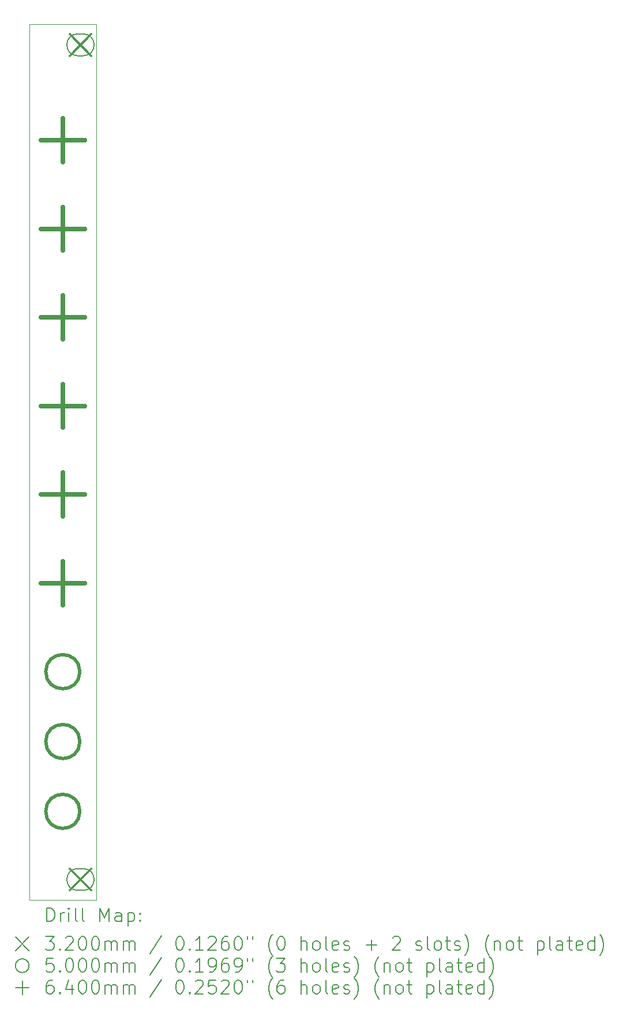
<source format=gbr>
%TF.GenerationSoftware,KiCad,Pcbnew,7.0.8*%
%TF.CreationDate,2024-02-26T10:57:58-05:00*%
%TF.ProjectId,lichen-passive-mutes-panel,6c696368-656e-42d7-9061-73736976652d,rev?*%
%TF.SameCoordinates,Original*%
%TF.FileFunction,Drillmap*%
%TF.FilePolarity,Positive*%
%FSLAX45Y45*%
G04 Gerber Fmt 4.5, Leading zero omitted, Abs format (unit mm)*
G04 Created by KiCad (PCBNEW 7.0.8) date 2024-02-26 10:57:58*
%MOMM*%
%LPD*%
G01*
G04 APERTURE LIST*
%ADD10C,0.100000*%
%ADD11C,0.200000*%
%ADD12C,0.320000*%
%ADD13C,0.500000*%
%ADD14C,0.640000*%
G04 APERTURE END LIST*
D10*
X10000000Y-10000000D02*
X10980000Y-10000000D01*
X10980000Y-22850000D01*
X10000000Y-22850000D01*
X10000000Y-10000000D01*
D11*
D12*
X10590000Y-10140000D02*
X10910000Y-10460000D01*
X10910000Y-10140000D02*
X10590000Y-10460000D01*
D11*
X10710000Y-10460000D02*
X10790000Y-10460000D01*
X10790000Y-10460000D02*
G75*
G03*
X10790000Y-10140000I0J160000D01*
G01*
X10790000Y-10140000D02*
X10710000Y-10140000D01*
X10710000Y-10140000D02*
G75*
G03*
X10710000Y-10460000I0J-160000D01*
G01*
D12*
X10590000Y-22390000D02*
X10910000Y-22710000D01*
X10910000Y-22390000D02*
X10590000Y-22710000D01*
D11*
X10710000Y-22710000D02*
X10790000Y-22710000D01*
X10790000Y-22710000D02*
G75*
G03*
X10790000Y-22390000I0J160000D01*
G01*
X10790000Y-22390000D02*
X10710000Y-22390000D01*
X10710000Y-22390000D02*
G75*
G03*
X10710000Y-22710000I0J-160000D01*
G01*
D13*
X10740000Y-19500000D02*
G75*
G03*
X10740000Y-19500000I-250000J0D01*
G01*
X10740000Y-20525000D02*
G75*
G03*
X10740000Y-20525000I-250000J0D01*
G01*
X10740000Y-21550000D02*
G75*
G03*
X10740000Y-21550000I-250000J0D01*
G01*
D14*
X10490000Y-11380000D02*
X10490000Y-12020000D01*
X10170000Y-11700000D02*
X10810000Y-11700000D01*
X10490000Y-12680000D02*
X10490000Y-13320000D01*
X10170000Y-13000000D02*
X10810000Y-13000000D01*
X10490000Y-13980000D02*
X10490000Y-14620000D01*
X10170000Y-14300000D02*
X10810000Y-14300000D01*
X10490000Y-15280000D02*
X10490000Y-15920000D01*
X10170000Y-15600000D02*
X10810000Y-15600000D01*
X10490000Y-16580000D02*
X10490000Y-17220000D01*
X10170000Y-16900000D02*
X10810000Y-16900000D01*
X10490000Y-17880000D02*
X10490000Y-18520000D01*
X10170000Y-18200000D02*
X10810000Y-18200000D01*
D11*
X10255777Y-23166484D02*
X10255777Y-22966484D01*
X10255777Y-22966484D02*
X10303396Y-22966484D01*
X10303396Y-22966484D02*
X10331967Y-22976008D01*
X10331967Y-22976008D02*
X10351015Y-22995055D01*
X10351015Y-22995055D02*
X10360539Y-23014103D01*
X10360539Y-23014103D02*
X10370063Y-23052198D01*
X10370063Y-23052198D02*
X10370063Y-23080769D01*
X10370063Y-23080769D02*
X10360539Y-23118865D01*
X10360539Y-23118865D02*
X10351015Y-23137912D01*
X10351015Y-23137912D02*
X10331967Y-23156960D01*
X10331967Y-23156960D02*
X10303396Y-23166484D01*
X10303396Y-23166484D02*
X10255777Y-23166484D01*
X10455777Y-23166484D02*
X10455777Y-23033150D01*
X10455777Y-23071246D02*
X10465301Y-23052198D01*
X10465301Y-23052198D02*
X10474824Y-23042674D01*
X10474824Y-23042674D02*
X10493872Y-23033150D01*
X10493872Y-23033150D02*
X10512920Y-23033150D01*
X10579586Y-23166484D02*
X10579586Y-23033150D01*
X10579586Y-22966484D02*
X10570063Y-22976008D01*
X10570063Y-22976008D02*
X10579586Y-22985531D01*
X10579586Y-22985531D02*
X10589110Y-22976008D01*
X10589110Y-22976008D02*
X10579586Y-22966484D01*
X10579586Y-22966484D02*
X10579586Y-22985531D01*
X10703396Y-23166484D02*
X10684348Y-23156960D01*
X10684348Y-23156960D02*
X10674824Y-23137912D01*
X10674824Y-23137912D02*
X10674824Y-22966484D01*
X10808158Y-23166484D02*
X10789110Y-23156960D01*
X10789110Y-23156960D02*
X10779586Y-23137912D01*
X10779586Y-23137912D02*
X10779586Y-22966484D01*
X11036729Y-23166484D02*
X11036729Y-22966484D01*
X11036729Y-22966484D02*
X11103396Y-23109341D01*
X11103396Y-23109341D02*
X11170063Y-22966484D01*
X11170063Y-22966484D02*
X11170063Y-23166484D01*
X11351015Y-23166484D02*
X11351015Y-23061722D01*
X11351015Y-23061722D02*
X11341491Y-23042674D01*
X11341491Y-23042674D02*
X11322443Y-23033150D01*
X11322443Y-23033150D02*
X11284348Y-23033150D01*
X11284348Y-23033150D02*
X11265301Y-23042674D01*
X11351015Y-23156960D02*
X11331967Y-23166484D01*
X11331967Y-23166484D02*
X11284348Y-23166484D01*
X11284348Y-23166484D02*
X11265301Y-23156960D01*
X11265301Y-23156960D02*
X11255777Y-23137912D01*
X11255777Y-23137912D02*
X11255777Y-23118865D01*
X11255777Y-23118865D02*
X11265301Y-23099817D01*
X11265301Y-23099817D02*
X11284348Y-23090293D01*
X11284348Y-23090293D02*
X11331967Y-23090293D01*
X11331967Y-23090293D02*
X11351015Y-23080769D01*
X11446253Y-23033150D02*
X11446253Y-23233150D01*
X11446253Y-23042674D02*
X11465301Y-23033150D01*
X11465301Y-23033150D02*
X11503396Y-23033150D01*
X11503396Y-23033150D02*
X11522443Y-23042674D01*
X11522443Y-23042674D02*
X11531967Y-23052198D01*
X11531967Y-23052198D02*
X11541491Y-23071246D01*
X11541491Y-23071246D02*
X11541491Y-23128388D01*
X11541491Y-23128388D02*
X11531967Y-23147436D01*
X11531967Y-23147436D02*
X11522443Y-23156960D01*
X11522443Y-23156960D02*
X11503396Y-23166484D01*
X11503396Y-23166484D02*
X11465301Y-23166484D01*
X11465301Y-23166484D02*
X11446253Y-23156960D01*
X11627205Y-23147436D02*
X11636729Y-23156960D01*
X11636729Y-23156960D02*
X11627205Y-23166484D01*
X11627205Y-23166484D02*
X11617682Y-23156960D01*
X11617682Y-23156960D02*
X11627205Y-23147436D01*
X11627205Y-23147436D02*
X11627205Y-23166484D01*
X11627205Y-23042674D02*
X11636729Y-23052198D01*
X11636729Y-23052198D02*
X11627205Y-23061722D01*
X11627205Y-23061722D02*
X11617682Y-23052198D01*
X11617682Y-23052198D02*
X11627205Y-23042674D01*
X11627205Y-23042674D02*
X11627205Y-23061722D01*
X9795000Y-23395000D02*
X9995000Y-23595000D01*
X9995000Y-23395000D02*
X9795000Y-23595000D01*
X10236729Y-23386484D02*
X10360539Y-23386484D01*
X10360539Y-23386484D02*
X10293872Y-23462674D01*
X10293872Y-23462674D02*
X10322444Y-23462674D01*
X10322444Y-23462674D02*
X10341491Y-23472198D01*
X10341491Y-23472198D02*
X10351015Y-23481722D01*
X10351015Y-23481722D02*
X10360539Y-23500769D01*
X10360539Y-23500769D02*
X10360539Y-23548388D01*
X10360539Y-23548388D02*
X10351015Y-23567436D01*
X10351015Y-23567436D02*
X10341491Y-23576960D01*
X10341491Y-23576960D02*
X10322444Y-23586484D01*
X10322444Y-23586484D02*
X10265301Y-23586484D01*
X10265301Y-23586484D02*
X10246253Y-23576960D01*
X10246253Y-23576960D02*
X10236729Y-23567436D01*
X10446253Y-23567436D02*
X10455777Y-23576960D01*
X10455777Y-23576960D02*
X10446253Y-23586484D01*
X10446253Y-23586484D02*
X10436729Y-23576960D01*
X10436729Y-23576960D02*
X10446253Y-23567436D01*
X10446253Y-23567436D02*
X10446253Y-23586484D01*
X10531967Y-23405531D02*
X10541491Y-23396008D01*
X10541491Y-23396008D02*
X10560539Y-23386484D01*
X10560539Y-23386484D02*
X10608158Y-23386484D01*
X10608158Y-23386484D02*
X10627205Y-23396008D01*
X10627205Y-23396008D02*
X10636729Y-23405531D01*
X10636729Y-23405531D02*
X10646253Y-23424579D01*
X10646253Y-23424579D02*
X10646253Y-23443627D01*
X10646253Y-23443627D02*
X10636729Y-23472198D01*
X10636729Y-23472198D02*
X10522444Y-23586484D01*
X10522444Y-23586484D02*
X10646253Y-23586484D01*
X10770063Y-23386484D02*
X10789110Y-23386484D01*
X10789110Y-23386484D02*
X10808158Y-23396008D01*
X10808158Y-23396008D02*
X10817682Y-23405531D01*
X10817682Y-23405531D02*
X10827205Y-23424579D01*
X10827205Y-23424579D02*
X10836729Y-23462674D01*
X10836729Y-23462674D02*
X10836729Y-23510293D01*
X10836729Y-23510293D02*
X10827205Y-23548388D01*
X10827205Y-23548388D02*
X10817682Y-23567436D01*
X10817682Y-23567436D02*
X10808158Y-23576960D01*
X10808158Y-23576960D02*
X10789110Y-23586484D01*
X10789110Y-23586484D02*
X10770063Y-23586484D01*
X10770063Y-23586484D02*
X10751015Y-23576960D01*
X10751015Y-23576960D02*
X10741491Y-23567436D01*
X10741491Y-23567436D02*
X10731967Y-23548388D01*
X10731967Y-23548388D02*
X10722444Y-23510293D01*
X10722444Y-23510293D02*
X10722444Y-23462674D01*
X10722444Y-23462674D02*
X10731967Y-23424579D01*
X10731967Y-23424579D02*
X10741491Y-23405531D01*
X10741491Y-23405531D02*
X10751015Y-23396008D01*
X10751015Y-23396008D02*
X10770063Y-23386484D01*
X10960539Y-23386484D02*
X10979586Y-23386484D01*
X10979586Y-23386484D02*
X10998634Y-23396008D01*
X10998634Y-23396008D02*
X11008158Y-23405531D01*
X11008158Y-23405531D02*
X11017682Y-23424579D01*
X11017682Y-23424579D02*
X11027205Y-23462674D01*
X11027205Y-23462674D02*
X11027205Y-23510293D01*
X11027205Y-23510293D02*
X11017682Y-23548388D01*
X11017682Y-23548388D02*
X11008158Y-23567436D01*
X11008158Y-23567436D02*
X10998634Y-23576960D01*
X10998634Y-23576960D02*
X10979586Y-23586484D01*
X10979586Y-23586484D02*
X10960539Y-23586484D01*
X10960539Y-23586484D02*
X10941491Y-23576960D01*
X10941491Y-23576960D02*
X10931967Y-23567436D01*
X10931967Y-23567436D02*
X10922444Y-23548388D01*
X10922444Y-23548388D02*
X10912920Y-23510293D01*
X10912920Y-23510293D02*
X10912920Y-23462674D01*
X10912920Y-23462674D02*
X10922444Y-23424579D01*
X10922444Y-23424579D02*
X10931967Y-23405531D01*
X10931967Y-23405531D02*
X10941491Y-23396008D01*
X10941491Y-23396008D02*
X10960539Y-23386484D01*
X11112920Y-23586484D02*
X11112920Y-23453150D01*
X11112920Y-23472198D02*
X11122444Y-23462674D01*
X11122444Y-23462674D02*
X11141491Y-23453150D01*
X11141491Y-23453150D02*
X11170063Y-23453150D01*
X11170063Y-23453150D02*
X11189110Y-23462674D01*
X11189110Y-23462674D02*
X11198634Y-23481722D01*
X11198634Y-23481722D02*
X11198634Y-23586484D01*
X11198634Y-23481722D02*
X11208158Y-23462674D01*
X11208158Y-23462674D02*
X11227205Y-23453150D01*
X11227205Y-23453150D02*
X11255777Y-23453150D01*
X11255777Y-23453150D02*
X11274824Y-23462674D01*
X11274824Y-23462674D02*
X11284348Y-23481722D01*
X11284348Y-23481722D02*
X11284348Y-23586484D01*
X11379586Y-23586484D02*
X11379586Y-23453150D01*
X11379586Y-23472198D02*
X11389110Y-23462674D01*
X11389110Y-23462674D02*
X11408158Y-23453150D01*
X11408158Y-23453150D02*
X11436729Y-23453150D01*
X11436729Y-23453150D02*
X11455777Y-23462674D01*
X11455777Y-23462674D02*
X11465301Y-23481722D01*
X11465301Y-23481722D02*
X11465301Y-23586484D01*
X11465301Y-23481722D02*
X11474824Y-23462674D01*
X11474824Y-23462674D02*
X11493872Y-23453150D01*
X11493872Y-23453150D02*
X11522443Y-23453150D01*
X11522443Y-23453150D02*
X11541491Y-23462674D01*
X11541491Y-23462674D02*
X11551015Y-23481722D01*
X11551015Y-23481722D02*
X11551015Y-23586484D01*
X11941491Y-23376960D02*
X11770063Y-23634103D01*
X12198634Y-23386484D02*
X12217682Y-23386484D01*
X12217682Y-23386484D02*
X12236729Y-23396008D01*
X12236729Y-23396008D02*
X12246253Y-23405531D01*
X12246253Y-23405531D02*
X12255777Y-23424579D01*
X12255777Y-23424579D02*
X12265301Y-23462674D01*
X12265301Y-23462674D02*
X12265301Y-23510293D01*
X12265301Y-23510293D02*
X12255777Y-23548388D01*
X12255777Y-23548388D02*
X12246253Y-23567436D01*
X12246253Y-23567436D02*
X12236729Y-23576960D01*
X12236729Y-23576960D02*
X12217682Y-23586484D01*
X12217682Y-23586484D02*
X12198634Y-23586484D01*
X12198634Y-23586484D02*
X12179586Y-23576960D01*
X12179586Y-23576960D02*
X12170063Y-23567436D01*
X12170063Y-23567436D02*
X12160539Y-23548388D01*
X12160539Y-23548388D02*
X12151015Y-23510293D01*
X12151015Y-23510293D02*
X12151015Y-23462674D01*
X12151015Y-23462674D02*
X12160539Y-23424579D01*
X12160539Y-23424579D02*
X12170063Y-23405531D01*
X12170063Y-23405531D02*
X12179586Y-23396008D01*
X12179586Y-23396008D02*
X12198634Y-23386484D01*
X12351015Y-23567436D02*
X12360539Y-23576960D01*
X12360539Y-23576960D02*
X12351015Y-23586484D01*
X12351015Y-23586484D02*
X12341491Y-23576960D01*
X12341491Y-23576960D02*
X12351015Y-23567436D01*
X12351015Y-23567436D02*
X12351015Y-23586484D01*
X12551015Y-23586484D02*
X12436729Y-23586484D01*
X12493872Y-23586484D02*
X12493872Y-23386484D01*
X12493872Y-23386484D02*
X12474825Y-23415055D01*
X12474825Y-23415055D02*
X12455777Y-23434103D01*
X12455777Y-23434103D02*
X12436729Y-23443627D01*
X12627206Y-23405531D02*
X12636729Y-23396008D01*
X12636729Y-23396008D02*
X12655777Y-23386484D01*
X12655777Y-23386484D02*
X12703396Y-23386484D01*
X12703396Y-23386484D02*
X12722444Y-23396008D01*
X12722444Y-23396008D02*
X12731967Y-23405531D01*
X12731967Y-23405531D02*
X12741491Y-23424579D01*
X12741491Y-23424579D02*
X12741491Y-23443627D01*
X12741491Y-23443627D02*
X12731967Y-23472198D01*
X12731967Y-23472198D02*
X12617682Y-23586484D01*
X12617682Y-23586484D02*
X12741491Y-23586484D01*
X12912920Y-23386484D02*
X12874825Y-23386484D01*
X12874825Y-23386484D02*
X12855777Y-23396008D01*
X12855777Y-23396008D02*
X12846253Y-23405531D01*
X12846253Y-23405531D02*
X12827206Y-23434103D01*
X12827206Y-23434103D02*
X12817682Y-23472198D01*
X12817682Y-23472198D02*
X12817682Y-23548388D01*
X12817682Y-23548388D02*
X12827206Y-23567436D01*
X12827206Y-23567436D02*
X12836729Y-23576960D01*
X12836729Y-23576960D02*
X12855777Y-23586484D01*
X12855777Y-23586484D02*
X12893872Y-23586484D01*
X12893872Y-23586484D02*
X12912920Y-23576960D01*
X12912920Y-23576960D02*
X12922444Y-23567436D01*
X12922444Y-23567436D02*
X12931967Y-23548388D01*
X12931967Y-23548388D02*
X12931967Y-23500769D01*
X12931967Y-23500769D02*
X12922444Y-23481722D01*
X12922444Y-23481722D02*
X12912920Y-23472198D01*
X12912920Y-23472198D02*
X12893872Y-23462674D01*
X12893872Y-23462674D02*
X12855777Y-23462674D01*
X12855777Y-23462674D02*
X12836729Y-23472198D01*
X12836729Y-23472198D02*
X12827206Y-23481722D01*
X12827206Y-23481722D02*
X12817682Y-23500769D01*
X13055777Y-23386484D02*
X13074825Y-23386484D01*
X13074825Y-23386484D02*
X13093872Y-23396008D01*
X13093872Y-23396008D02*
X13103396Y-23405531D01*
X13103396Y-23405531D02*
X13112920Y-23424579D01*
X13112920Y-23424579D02*
X13122444Y-23462674D01*
X13122444Y-23462674D02*
X13122444Y-23510293D01*
X13122444Y-23510293D02*
X13112920Y-23548388D01*
X13112920Y-23548388D02*
X13103396Y-23567436D01*
X13103396Y-23567436D02*
X13093872Y-23576960D01*
X13093872Y-23576960D02*
X13074825Y-23586484D01*
X13074825Y-23586484D02*
X13055777Y-23586484D01*
X13055777Y-23586484D02*
X13036729Y-23576960D01*
X13036729Y-23576960D02*
X13027206Y-23567436D01*
X13027206Y-23567436D02*
X13017682Y-23548388D01*
X13017682Y-23548388D02*
X13008158Y-23510293D01*
X13008158Y-23510293D02*
X13008158Y-23462674D01*
X13008158Y-23462674D02*
X13017682Y-23424579D01*
X13017682Y-23424579D02*
X13027206Y-23405531D01*
X13027206Y-23405531D02*
X13036729Y-23396008D01*
X13036729Y-23396008D02*
X13055777Y-23386484D01*
X13198634Y-23386484D02*
X13198634Y-23424579D01*
X13274825Y-23386484D02*
X13274825Y-23424579D01*
X13570063Y-23662674D02*
X13560539Y-23653150D01*
X13560539Y-23653150D02*
X13541491Y-23624579D01*
X13541491Y-23624579D02*
X13531968Y-23605531D01*
X13531968Y-23605531D02*
X13522444Y-23576960D01*
X13522444Y-23576960D02*
X13512920Y-23529341D01*
X13512920Y-23529341D02*
X13512920Y-23491246D01*
X13512920Y-23491246D02*
X13522444Y-23443627D01*
X13522444Y-23443627D02*
X13531968Y-23415055D01*
X13531968Y-23415055D02*
X13541491Y-23396008D01*
X13541491Y-23396008D02*
X13560539Y-23367436D01*
X13560539Y-23367436D02*
X13570063Y-23357912D01*
X13684348Y-23386484D02*
X13703396Y-23386484D01*
X13703396Y-23386484D02*
X13722444Y-23396008D01*
X13722444Y-23396008D02*
X13731968Y-23405531D01*
X13731968Y-23405531D02*
X13741491Y-23424579D01*
X13741491Y-23424579D02*
X13751015Y-23462674D01*
X13751015Y-23462674D02*
X13751015Y-23510293D01*
X13751015Y-23510293D02*
X13741491Y-23548388D01*
X13741491Y-23548388D02*
X13731968Y-23567436D01*
X13731968Y-23567436D02*
X13722444Y-23576960D01*
X13722444Y-23576960D02*
X13703396Y-23586484D01*
X13703396Y-23586484D02*
X13684348Y-23586484D01*
X13684348Y-23586484D02*
X13665301Y-23576960D01*
X13665301Y-23576960D02*
X13655777Y-23567436D01*
X13655777Y-23567436D02*
X13646253Y-23548388D01*
X13646253Y-23548388D02*
X13636729Y-23510293D01*
X13636729Y-23510293D02*
X13636729Y-23462674D01*
X13636729Y-23462674D02*
X13646253Y-23424579D01*
X13646253Y-23424579D02*
X13655777Y-23405531D01*
X13655777Y-23405531D02*
X13665301Y-23396008D01*
X13665301Y-23396008D02*
X13684348Y-23386484D01*
X13989110Y-23586484D02*
X13989110Y-23386484D01*
X14074825Y-23586484D02*
X14074825Y-23481722D01*
X14074825Y-23481722D02*
X14065301Y-23462674D01*
X14065301Y-23462674D02*
X14046253Y-23453150D01*
X14046253Y-23453150D02*
X14017682Y-23453150D01*
X14017682Y-23453150D02*
X13998634Y-23462674D01*
X13998634Y-23462674D02*
X13989110Y-23472198D01*
X14198634Y-23586484D02*
X14179587Y-23576960D01*
X14179587Y-23576960D02*
X14170063Y-23567436D01*
X14170063Y-23567436D02*
X14160539Y-23548388D01*
X14160539Y-23548388D02*
X14160539Y-23491246D01*
X14160539Y-23491246D02*
X14170063Y-23472198D01*
X14170063Y-23472198D02*
X14179587Y-23462674D01*
X14179587Y-23462674D02*
X14198634Y-23453150D01*
X14198634Y-23453150D02*
X14227206Y-23453150D01*
X14227206Y-23453150D02*
X14246253Y-23462674D01*
X14246253Y-23462674D02*
X14255777Y-23472198D01*
X14255777Y-23472198D02*
X14265301Y-23491246D01*
X14265301Y-23491246D02*
X14265301Y-23548388D01*
X14265301Y-23548388D02*
X14255777Y-23567436D01*
X14255777Y-23567436D02*
X14246253Y-23576960D01*
X14246253Y-23576960D02*
X14227206Y-23586484D01*
X14227206Y-23586484D02*
X14198634Y-23586484D01*
X14379587Y-23586484D02*
X14360539Y-23576960D01*
X14360539Y-23576960D02*
X14351015Y-23557912D01*
X14351015Y-23557912D02*
X14351015Y-23386484D01*
X14531968Y-23576960D02*
X14512920Y-23586484D01*
X14512920Y-23586484D02*
X14474825Y-23586484D01*
X14474825Y-23586484D02*
X14455777Y-23576960D01*
X14455777Y-23576960D02*
X14446253Y-23557912D01*
X14446253Y-23557912D02*
X14446253Y-23481722D01*
X14446253Y-23481722D02*
X14455777Y-23462674D01*
X14455777Y-23462674D02*
X14474825Y-23453150D01*
X14474825Y-23453150D02*
X14512920Y-23453150D01*
X14512920Y-23453150D02*
X14531968Y-23462674D01*
X14531968Y-23462674D02*
X14541491Y-23481722D01*
X14541491Y-23481722D02*
X14541491Y-23500769D01*
X14541491Y-23500769D02*
X14446253Y-23519817D01*
X14617682Y-23576960D02*
X14636730Y-23586484D01*
X14636730Y-23586484D02*
X14674825Y-23586484D01*
X14674825Y-23586484D02*
X14693872Y-23576960D01*
X14693872Y-23576960D02*
X14703396Y-23557912D01*
X14703396Y-23557912D02*
X14703396Y-23548388D01*
X14703396Y-23548388D02*
X14693872Y-23529341D01*
X14693872Y-23529341D02*
X14674825Y-23519817D01*
X14674825Y-23519817D02*
X14646253Y-23519817D01*
X14646253Y-23519817D02*
X14627206Y-23510293D01*
X14627206Y-23510293D02*
X14617682Y-23491246D01*
X14617682Y-23491246D02*
X14617682Y-23481722D01*
X14617682Y-23481722D02*
X14627206Y-23462674D01*
X14627206Y-23462674D02*
X14646253Y-23453150D01*
X14646253Y-23453150D02*
X14674825Y-23453150D01*
X14674825Y-23453150D02*
X14693872Y-23462674D01*
X14941492Y-23510293D02*
X15093873Y-23510293D01*
X15017682Y-23586484D02*
X15017682Y-23434103D01*
X15331968Y-23405531D02*
X15341492Y-23396008D01*
X15341492Y-23396008D02*
X15360539Y-23386484D01*
X15360539Y-23386484D02*
X15408158Y-23386484D01*
X15408158Y-23386484D02*
X15427206Y-23396008D01*
X15427206Y-23396008D02*
X15436730Y-23405531D01*
X15436730Y-23405531D02*
X15446253Y-23424579D01*
X15446253Y-23424579D02*
X15446253Y-23443627D01*
X15446253Y-23443627D02*
X15436730Y-23472198D01*
X15436730Y-23472198D02*
X15322444Y-23586484D01*
X15322444Y-23586484D02*
X15446253Y-23586484D01*
X15674825Y-23576960D02*
X15693873Y-23586484D01*
X15693873Y-23586484D02*
X15731968Y-23586484D01*
X15731968Y-23586484D02*
X15751015Y-23576960D01*
X15751015Y-23576960D02*
X15760539Y-23557912D01*
X15760539Y-23557912D02*
X15760539Y-23548388D01*
X15760539Y-23548388D02*
X15751015Y-23529341D01*
X15751015Y-23529341D02*
X15731968Y-23519817D01*
X15731968Y-23519817D02*
X15703396Y-23519817D01*
X15703396Y-23519817D02*
X15684349Y-23510293D01*
X15684349Y-23510293D02*
X15674825Y-23491246D01*
X15674825Y-23491246D02*
X15674825Y-23481722D01*
X15674825Y-23481722D02*
X15684349Y-23462674D01*
X15684349Y-23462674D02*
X15703396Y-23453150D01*
X15703396Y-23453150D02*
X15731968Y-23453150D01*
X15731968Y-23453150D02*
X15751015Y-23462674D01*
X15874825Y-23586484D02*
X15855777Y-23576960D01*
X15855777Y-23576960D02*
X15846254Y-23557912D01*
X15846254Y-23557912D02*
X15846254Y-23386484D01*
X15979587Y-23586484D02*
X15960539Y-23576960D01*
X15960539Y-23576960D02*
X15951015Y-23567436D01*
X15951015Y-23567436D02*
X15941492Y-23548388D01*
X15941492Y-23548388D02*
X15941492Y-23491246D01*
X15941492Y-23491246D02*
X15951015Y-23472198D01*
X15951015Y-23472198D02*
X15960539Y-23462674D01*
X15960539Y-23462674D02*
X15979587Y-23453150D01*
X15979587Y-23453150D02*
X16008158Y-23453150D01*
X16008158Y-23453150D02*
X16027206Y-23462674D01*
X16027206Y-23462674D02*
X16036730Y-23472198D01*
X16036730Y-23472198D02*
X16046254Y-23491246D01*
X16046254Y-23491246D02*
X16046254Y-23548388D01*
X16046254Y-23548388D02*
X16036730Y-23567436D01*
X16036730Y-23567436D02*
X16027206Y-23576960D01*
X16027206Y-23576960D02*
X16008158Y-23586484D01*
X16008158Y-23586484D02*
X15979587Y-23586484D01*
X16103396Y-23453150D02*
X16179587Y-23453150D01*
X16131968Y-23386484D02*
X16131968Y-23557912D01*
X16131968Y-23557912D02*
X16141492Y-23576960D01*
X16141492Y-23576960D02*
X16160539Y-23586484D01*
X16160539Y-23586484D02*
X16179587Y-23586484D01*
X16236730Y-23576960D02*
X16255777Y-23586484D01*
X16255777Y-23586484D02*
X16293873Y-23586484D01*
X16293873Y-23586484D02*
X16312920Y-23576960D01*
X16312920Y-23576960D02*
X16322444Y-23557912D01*
X16322444Y-23557912D02*
X16322444Y-23548388D01*
X16322444Y-23548388D02*
X16312920Y-23529341D01*
X16312920Y-23529341D02*
X16293873Y-23519817D01*
X16293873Y-23519817D02*
X16265301Y-23519817D01*
X16265301Y-23519817D02*
X16246254Y-23510293D01*
X16246254Y-23510293D02*
X16236730Y-23491246D01*
X16236730Y-23491246D02*
X16236730Y-23481722D01*
X16236730Y-23481722D02*
X16246254Y-23462674D01*
X16246254Y-23462674D02*
X16265301Y-23453150D01*
X16265301Y-23453150D02*
X16293873Y-23453150D01*
X16293873Y-23453150D02*
X16312920Y-23462674D01*
X16389111Y-23662674D02*
X16398635Y-23653150D01*
X16398635Y-23653150D02*
X16417682Y-23624579D01*
X16417682Y-23624579D02*
X16427206Y-23605531D01*
X16427206Y-23605531D02*
X16436730Y-23576960D01*
X16436730Y-23576960D02*
X16446254Y-23529341D01*
X16446254Y-23529341D02*
X16446254Y-23491246D01*
X16446254Y-23491246D02*
X16436730Y-23443627D01*
X16436730Y-23443627D02*
X16427206Y-23415055D01*
X16427206Y-23415055D02*
X16417682Y-23396008D01*
X16417682Y-23396008D02*
X16398635Y-23367436D01*
X16398635Y-23367436D02*
X16389111Y-23357912D01*
X16751016Y-23662674D02*
X16741492Y-23653150D01*
X16741492Y-23653150D02*
X16722444Y-23624579D01*
X16722444Y-23624579D02*
X16712920Y-23605531D01*
X16712920Y-23605531D02*
X16703396Y-23576960D01*
X16703396Y-23576960D02*
X16693873Y-23529341D01*
X16693873Y-23529341D02*
X16693873Y-23491246D01*
X16693873Y-23491246D02*
X16703396Y-23443627D01*
X16703396Y-23443627D02*
X16712920Y-23415055D01*
X16712920Y-23415055D02*
X16722444Y-23396008D01*
X16722444Y-23396008D02*
X16741492Y-23367436D01*
X16741492Y-23367436D02*
X16751016Y-23357912D01*
X16827206Y-23453150D02*
X16827206Y-23586484D01*
X16827206Y-23472198D02*
X16836730Y-23462674D01*
X16836730Y-23462674D02*
X16855777Y-23453150D01*
X16855777Y-23453150D02*
X16884349Y-23453150D01*
X16884349Y-23453150D02*
X16903397Y-23462674D01*
X16903397Y-23462674D02*
X16912920Y-23481722D01*
X16912920Y-23481722D02*
X16912920Y-23586484D01*
X17036730Y-23586484D02*
X17017682Y-23576960D01*
X17017682Y-23576960D02*
X17008158Y-23567436D01*
X17008158Y-23567436D02*
X16998635Y-23548388D01*
X16998635Y-23548388D02*
X16998635Y-23491246D01*
X16998635Y-23491246D02*
X17008158Y-23472198D01*
X17008158Y-23472198D02*
X17017682Y-23462674D01*
X17017682Y-23462674D02*
X17036730Y-23453150D01*
X17036730Y-23453150D02*
X17065301Y-23453150D01*
X17065301Y-23453150D02*
X17084349Y-23462674D01*
X17084349Y-23462674D02*
X17093873Y-23472198D01*
X17093873Y-23472198D02*
X17103397Y-23491246D01*
X17103397Y-23491246D02*
X17103397Y-23548388D01*
X17103397Y-23548388D02*
X17093873Y-23567436D01*
X17093873Y-23567436D02*
X17084349Y-23576960D01*
X17084349Y-23576960D02*
X17065301Y-23586484D01*
X17065301Y-23586484D02*
X17036730Y-23586484D01*
X17160539Y-23453150D02*
X17236730Y-23453150D01*
X17189111Y-23386484D02*
X17189111Y-23557912D01*
X17189111Y-23557912D02*
X17198635Y-23576960D01*
X17198635Y-23576960D02*
X17217682Y-23586484D01*
X17217682Y-23586484D02*
X17236730Y-23586484D01*
X17455778Y-23453150D02*
X17455778Y-23653150D01*
X17455778Y-23462674D02*
X17474825Y-23453150D01*
X17474825Y-23453150D02*
X17512920Y-23453150D01*
X17512920Y-23453150D02*
X17531968Y-23462674D01*
X17531968Y-23462674D02*
X17541492Y-23472198D01*
X17541492Y-23472198D02*
X17551016Y-23491246D01*
X17551016Y-23491246D02*
X17551016Y-23548388D01*
X17551016Y-23548388D02*
X17541492Y-23567436D01*
X17541492Y-23567436D02*
X17531968Y-23576960D01*
X17531968Y-23576960D02*
X17512920Y-23586484D01*
X17512920Y-23586484D02*
X17474825Y-23586484D01*
X17474825Y-23586484D02*
X17455778Y-23576960D01*
X17665301Y-23586484D02*
X17646254Y-23576960D01*
X17646254Y-23576960D02*
X17636730Y-23557912D01*
X17636730Y-23557912D02*
X17636730Y-23386484D01*
X17827206Y-23586484D02*
X17827206Y-23481722D01*
X17827206Y-23481722D02*
X17817682Y-23462674D01*
X17817682Y-23462674D02*
X17798635Y-23453150D01*
X17798635Y-23453150D02*
X17760539Y-23453150D01*
X17760539Y-23453150D02*
X17741492Y-23462674D01*
X17827206Y-23576960D02*
X17808159Y-23586484D01*
X17808159Y-23586484D02*
X17760539Y-23586484D01*
X17760539Y-23586484D02*
X17741492Y-23576960D01*
X17741492Y-23576960D02*
X17731968Y-23557912D01*
X17731968Y-23557912D02*
X17731968Y-23538865D01*
X17731968Y-23538865D02*
X17741492Y-23519817D01*
X17741492Y-23519817D02*
X17760539Y-23510293D01*
X17760539Y-23510293D02*
X17808159Y-23510293D01*
X17808159Y-23510293D02*
X17827206Y-23500769D01*
X17893873Y-23453150D02*
X17970063Y-23453150D01*
X17922444Y-23386484D02*
X17922444Y-23557912D01*
X17922444Y-23557912D02*
X17931968Y-23576960D01*
X17931968Y-23576960D02*
X17951016Y-23586484D01*
X17951016Y-23586484D02*
X17970063Y-23586484D01*
X18112920Y-23576960D02*
X18093873Y-23586484D01*
X18093873Y-23586484D02*
X18055778Y-23586484D01*
X18055778Y-23586484D02*
X18036730Y-23576960D01*
X18036730Y-23576960D02*
X18027206Y-23557912D01*
X18027206Y-23557912D02*
X18027206Y-23481722D01*
X18027206Y-23481722D02*
X18036730Y-23462674D01*
X18036730Y-23462674D02*
X18055778Y-23453150D01*
X18055778Y-23453150D02*
X18093873Y-23453150D01*
X18093873Y-23453150D02*
X18112920Y-23462674D01*
X18112920Y-23462674D02*
X18122444Y-23481722D01*
X18122444Y-23481722D02*
X18122444Y-23500769D01*
X18122444Y-23500769D02*
X18027206Y-23519817D01*
X18293873Y-23586484D02*
X18293873Y-23386484D01*
X18293873Y-23576960D02*
X18274825Y-23586484D01*
X18274825Y-23586484D02*
X18236730Y-23586484D01*
X18236730Y-23586484D02*
X18217682Y-23576960D01*
X18217682Y-23576960D02*
X18208159Y-23567436D01*
X18208159Y-23567436D02*
X18198635Y-23548388D01*
X18198635Y-23548388D02*
X18198635Y-23491246D01*
X18198635Y-23491246D02*
X18208159Y-23472198D01*
X18208159Y-23472198D02*
X18217682Y-23462674D01*
X18217682Y-23462674D02*
X18236730Y-23453150D01*
X18236730Y-23453150D02*
X18274825Y-23453150D01*
X18274825Y-23453150D02*
X18293873Y-23462674D01*
X18370063Y-23662674D02*
X18379587Y-23653150D01*
X18379587Y-23653150D02*
X18398635Y-23624579D01*
X18398635Y-23624579D02*
X18408159Y-23605531D01*
X18408159Y-23605531D02*
X18417682Y-23576960D01*
X18417682Y-23576960D02*
X18427206Y-23529341D01*
X18427206Y-23529341D02*
X18427206Y-23491246D01*
X18427206Y-23491246D02*
X18417682Y-23443627D01*
X18417682Y-23443627D02*
X18408159Y-23415055D01*
X18408159Y-23415055D02*
X18398635Y-23396008D01*
X18398635Y-23396008D02*
X18379587Y-23367436D01*
X18379587Y-23367436D02*
X18370063Y-23357912D01*
X9995000Y-23815000D02*
G75*
G03*
X9995000Y-23815000I-100000J0D01*
G01*
X10351015Y-23706484D02*
X10255777Y-23706484D01*
X10255777Y-23706484D02*
X10246253Y-23801722D01*
X10246253Y-23801722D02*
X10255777Y-23792198D01*
X10255777Y-23792198D02*
X10274824Y-23782674D01*
X10274824Y-23782674D02*
X10322444Y-23782674D01*
X10322444Y-23782674D02*
X10341491Y-23792198D01*
X10341491Y-23792198D02*
X10351015Y-23801722D01*
X10351015Y-23801722D02*
X10360539Y-23820769D01*
X10360539Y-23820769D02*
X10360539Y-23868388D01*
X10360539Y-23868388D02*
X10351015Y-23887436D01*
X10351015Y-23887436D02*
X10341491Y-23896960D01*
X10341491Y-23896960D02*
X10322444Y-23906484D01*
X10322444Y-23906484D02*
X10274824Y-23906484D01*
X10274824Y-23906484D02*
X10255777Y-23896960D01*
X10255777Y-23896960D02*
X10246253Y-23887436D01*
X10446253Y-23887436D02*
X10455777Y-23896960D01*
X10455777Y-23896960D02*
X10446253Y-23906484D01*
X10446253Y-23906484D02*
X10436729Y-23896960D01*
X10436729Y-23896960D02*
X10446253Y-23887436D01*
X10446253Y-23887436D02*
X10446253Y-23906484D01*
X10579586Y-23706484D02*
X10598634Y-23706484D01*
X10598634Y-23706484D02*
X10617682Y-23716008D01*
X10617682Y-23716008D02*
X10627205Y-23725531D01*
X10627205Y-23725531D02*
X10636729Y-23744579D01*
X10636729Y-23744579D02*
X10646253Y-23782674D01*
X10646253Y-23782674D02*
X10646253Y-23830293D01*
X10646253Y-23830293D02*
X10636729Y-23868388D01*
X10636729Y-23868388D02*
X10627205Y-23887436D01*
X10627205Y-23887436D02*
X10617682Y-23896960D01*
X10617682Y-23896960D02*
X10598634Y-23906484D01*
X10598634Y-23906484D02*
X10579586Y-23906484D01*
X10579586Y-23906484D02*
X10560539Y-23896960D01*
X10560539Y-23896960D02*
X10551015Y-23887436D01*
X10551015Y-23887436D02*
X10541491Y-23868388D01*
X10541491Y-23868388D02*
X10531967Y-23830293D01*
X10531967Y-23830293D02*
X10531967Y-23782674D01*
X10531967Y-23782674D02*
X10541491Y-23744579D01*
X10541491Y-23744579D02*
X10551015Y-23725531D01*
X10551015Y-23725531D02*
X10560539Y-23716008D01*
X10560539Y-23716008D02*
X10579586Y-23706484D01*
X10770063Y-23706484D02*
X10789110Y-23706484D01*
X10789110Y-23706484D02*
X10808158Y-23716008D01*
X10808158Y-23716008D02*
X10817682Y-23725531D01*
X10817682Y-23725531D02*
X10827205Y-23744579D01*
X10827205Y-23744579D02*
X10836729Y-23782674D01*
X10836729Y-23782674D02*
X10836729Y-23830293D01*
X10836729Y-23830293D02*
X10827205Y-23868388D01*
X10827205Y-23868388D02*
X10817682Y-23887436D01*
X10817682Y-23887436D02*
X10808158Y-23896960D01*
X10808158Y-23896960D02*
X10789110Y-23906484D01*
X10789110Y-23906484D02*
X10770063Y-23906484D01*
X10770063Y-23906484D02*
X10751015Y-23896960D01*
X10751015Y-23896960D02*
X10741491Y-23887436D01*
X10741491Y-23887436D02*
X10731967Y-23868388D01*
X10731967Y-23868388D02*
X10722444Y-23830293D01*
X10722444Y-23830293D02*
X10722444Y-23782674D01*
X10722444Y-23782674D02*
X10731967Y-23744579D01*
X10731967Y-23744579D02*
X10741491Y-23725531D01*
X10741491Y-23725531D02*
X10751015Y-23716008D01*
X10751015Y-23716008D02*
X10770063Y-23706484D01*
X10960539Y-23706484D02*
X10979586Y-23706484D01*
X10979586Y-23706484D02*
X10998634Y-23716008D01*
X10998634Y-23716008D02*
X11008158Y-23725531D01*
X11008158Y-23725531D02*
X11017682Y-23744579D01*
X11017682Y-23744579D02*
X11027205Y-23782674D01*
X11027205Y-23782674D02*
X11027205Y-23830293D01*
X11027205Y-23830293D02*
X11017682Y-23868388D01*
X11017682Y-23868388D02*
X11008158Y-23887436D01*
X11008158Y-23887436D02*
X10998634Y-23896960D01*
X10998634Y-23896960D02*
X10979586Y-23906484D01*
X10979586Y-23906484D02*
X10960539Y-23906484D01*
X10960539Y-23906484D02*
X10941491Y-23896960D01*
X10941491Y-23896960D02*
X10931967Y-23887436D01*
X10931967Y-23887436D02*
X10922444Y-23868388D01*
X10922444Y-23868388D02*
X10912920Y-23830293D01*
X10912920Y-23830293D02*
X10912920Y-23782674D01*
X10912920Y-23782674D02*
X10922444Y-23744579D01*
X10922444Y-23744579D02*
X10931967Y-23725531D01*
X10931967Y-23725531D02*
X10941491Y-23716008D01*
X10941491Y-23716008D02*
X10960539Y-23706484D01*
X11112920Y-23906484D02*
X11112920Y-23773150D01*
X11112920Y-23792198D02*
X11122444Y-23782674D01*
X11122444Y-23782674D02*
X11141491Y-23773150D01*
X11141491Y-23773150D02*
X11170063Y-23773150D01*
X11170063Y-23773150D02*
X11189110Y-23782674D01*
X11189110Y-23782674D02*
X11198634Y-23801722D01*
X11198634Y-23801722D02*
X11198634Y-23906484D01*
X11198634Y-23801722D02*
X11208158Y-23782674D01*
X11208158Y-23782674D02*
X11227205Y-23773150D01*
X11227205Y-23773150D02*
X11255777Y-23773150D01*
X11255777Y-23773150D02*
X11274824Y-23782674D01*
X11274824Y-23782674D02*
X11284348Y-23801722D01*
X11284348Y-23801722D02*
X11284348Y-23906484D01*
X11379586Y-23906484D02*
X11379586Y-23773150D01*
X11379586Y-23792198D02*
X11389110Y-23782674D01*
X11389110Y-23782674D02*
X11408158Y-23773150D01*
X11408158Y-23773150D02*
X11436729Y-23773150D01*
X11436729Y-23773150D02*
X11455777Y-23782674D01*
X11455777Y-23782674D02*
X11465301Y-23801722D01*
X11465301Y-23801722D02*
X11465301Y-23906484D01*
X11465301Y-23801722D02*
X11474824Y-23782674D01*
X11474824Y-23782674D02*
X11493872Y-23773150D01*
X11493872Y-23773150D02*
X11522443Y-23773150D01*
X11522443Y-23773150D02*
X11541491Y-23782674D01*
X11541491Y-23782674D02*
X11551015Y-23801722D01*
X11551015Y-23801722D02*
X11551015Y-23906484D01*
X11941491Y-23696960D02*
X11770063Y-23954103D01*
X12198634Y-23706484D02*
X12217682Y-23706484D01*
X12217682Y-23706484D02*
X12236729Y-23716008D01*
X12236729Y-23716008D02*
X12246253Y-23725531D01*
X12246253Y-23725531D02*
X12255777Y-23744579D01*
X12255777Y-23744579D02*
X12265301Y-23782674D01*
X12265301Y-23782674D02*
X12265301Y-23830293D01*
X12265301Y-23830293D02*
X12255777Y-23868388D01*
X12255777Y-23868388D02*
X12246253Y-23887436D01*
X12246253Y-23887436D02*
X12236729Y-23896960D01*
X12236729Y-23896960D02*
X12217682Y-23906484D01*
X12217682Y-23906484D02*
X12198634Y-23906484D01*
X12198634Y-23906484D02*
X12179586Y-23896960D01*
X12179586Y-23896960D02*
X12170063Y-23887436D01*
X12170063Y-23887436D02*
X12160539Y-23868388D01*
X12160539Y-23868388D02*
X12151015Y-23830293D01*
X12151015Y-23830293D02*
X12151015Y-23782674D01*
X12151015Y-23782674D02*
X12160539Y-23744579D01*
X12160539Y-23744579D02*
X12170063Y-23725531D01*
X12170063Y-23725531D02*
X12179586Y-23716008D01*
X12179586Y-23716008D02*
X12198634Y-23706484D01*
X12351015Y-23887436D02*
X12360539Y-23896960D01*
X12360539Y-23896960D02*
X12351015Y-23906484D01*
X12351015Y-23906484D02*
X12341491Y-23896960D01*
X12341491Y-23896960D02*
X12351015Y-23887436D01*
X12351015Y-23887436D02*
X12351015Y-23906484D01*
X12551015Y-23906484D02*
X12436729Y-23906484D01*
X12493872Y-23906484D02*
X12493872Y-23706484D01*
X12493872Y-23706484D02*
X12474825Y-23735055D01*
X12474825Y-23735055D02*
X12455777Y-23754103D01*
X12455777Y-23754103D02*
X12436729Y-23763627D01*
X12646253Y-23906484D02*
X12684348Y-23906484D01*
X12684348Y-23906484D02*
X12703396Y-23896960D01*
X12703396Y-23896960D02*
X12712920Y-23887436D01*
X12712920Y-23887436D02*
X12731967Y-23858865D01*
X12731967Y-23858865D02*
X12741491Y-23820769D01*
X12741491Y-23820769D02*
X12741491Y-23744579D01*
X12741491Y-23744579D02*
X12731967Y-23725531D01*
X12731967Y-23725531D02*
X12722444Y-23716008D01*
X12722444Y-23716008D02*
X12703396Y-23706484D01*
X12703396Y-23706484D02*
X12665301Y-23706484D01*
X12665301Y-23706484D02*
X12646253Y-23716008D01*
X12646253Y-23716008D02*
X12636729Y-23725531D01*
X12636729Y-23725531D02*
X12627206Y-23744579D01*
X12627206Y-23744579D02*
X12627206Y-23792198D01*
X12627206Y-23792198D02*
X12636729Y-23811246D01*
X12636729Y-23811246D02*
X12646253Y-23820769D01*
X12646253Y-23820769D02*
X12665301Y-23830293D01*
X12665301Y-23830293D02*
X12703396Y-23830293D01*
X12703396Y-23830293D02*
X12722444Y-23820769D01*
X12722444Y-23820769D02*
X12731967Y-23811246D01*
X12731967Y-23811246D02*
X12741491Y-23792198D01*
X12912920Y-23706484D02*
X12874825Y-23706484D01*
X12874825Y-23706484D02*
X12855777Y-23716008D01*
X12855777Y-23716008D02*
X12846253Y-23725531D01*
X12846253Y-23725531D02*
X12827206Y-23754103D01*
X12827206Y-23754103D02*
X12817682Y-23792198D01*
X12817682Y-23792198D02*
X12817682Y-23868388D01*
X12817682Y-23868388D02*
X12827206Y-23887436D01*
X12827206Y-23887436D02*
X12836729Y-23896960D01*
X12836729Y-23896960D02*
X12855777Y-23906484D01*
X12855777Y-23906484D02*
X12893872Y-23906484D01*
X12893872Y-23906484D02*
X12912920Y-23896960D01*
X12912920Y-23896960D02*
X12922444Y-23887436D01*
X12922444Y-23887436D02*
X12931967Y-23868388D01*
X12931967Y-23868388D02*
X12931967Y-23820769D01*
X12931967Y-23820769D02*
X12922444Y-23801722D01*
X12922444Y-23801722D02*
X12912920Y-23792198D01*
X12912920Y-23792198D02*
X12893872Y-23782674D01*
X12893872Y-23782674D02*
X12855777Y-23782674D01*
X12855777Y-23782674D02*
X12836729Y-23792198D01*
X12836729Y-23792198D02*
X12827206Y-23801722D01*
X12827206Y-23801722D02*
X12817682Y-23820769D01*
X13027206Y-23906484D02*
X13065301Y-23906484D01*
X13065301Y-23906484D02*
X13084348Y-23896960D01*
X13084348Y-23896960D02*
X13093872Y-23887436D01*
X13093872Y-23887436D02*
X13112920Y-23858865D01*
X13112920Y-23858865D02*
X13122444Y-23820769D01*
X13122444Y-23820769D02*
X13122444Y-23744579D01*
X13122444Y-23744579D02*
X13112920Y-23725531D01*
X13112920Y-23725531D02*
X13103396Y-23716008D01*
X13103396Y-23716008D02*
X13084348Y-23706484D01*
X13084348Y-23706484D02*
X13046253Y-23706484D01*
X13046253Y-23706484D02*
X13027206Y-23716008D01*
X13027206Y-23716008D02*
X13017682Y-23725531D01*
X13017682Y-23725531D02*
X13008158Y-23744579D01*
X13008158Y-23744579D02*
X13008158Y-23792198D01*
X13008158Y-23792198D02*
X13017682Y-23811246D01*
X13017682Y-23811246D02*
X13027206Y-23820769D01*
X13027206Y-23820769D02*
X13046253Y-23830293D01*
X13046253Y-23830293D02*
X13084348Y-23830293D01*
X13084348Y-23830293D02*
X13103396Y-23820769D01*
X13103396Y-23820769D02*
X13112920Y-23811246D01*
X13112920Y-23811246D02*
X13122444Y-23792198D01*
X13198634Y-23706484D02*
X13198634Y-23744579D01*
X13274825Y-23706484D02*
X13274825Y-23744579D01*
X13570063Y-23982674D02*
X13560539Y-23973150D01*
X13560539Y-23973150D02*
X13541491Y-23944579D01*
X13541491Y-23944579D02*
X13531968Y-23925531D01*
X13531968Y-23925531D02*
X13522444Y-23896960D01*
X13522444Y-23896960D02*
X13512920Y-23849341D01*
X13512920Y-23849341D02*
X13512920Y-23811246D01*
X13512920Y-23811246D02*
X13522444Y-23763627D01*
X13522444Y-23763627D02*
X13531968Y-23735055D01*
X13531968Y-23735055D02*
X13541491Y-23716008D01*
X13541491Y-23716008D02*
X13560539Y-23687436D01*
X13560539Y-23687436D02*
X13570063Y-23677912D01*
X13627206Y-23706484D02*
X13751015Y-23706484D01*
X13751015Y-23706484D02*
X13684348Y-23782674D01*
X13684348Y-23782674D02*
X13712920Y-23782674D01*
X13712920Y-23782674D02*
X13731968Y-23792198D01*
X13731968Y-23792198D02*
X13741491Y-23801722D01*
X13741491Y-23801722D02*
X13751015Y-23820769D01*
X13751015Y-23820769D02*
X13751015Y-23868388D01*
X13751015Y-23868388D02*
X13741491Y-23887436D01*
X13741491Y-23887436D02*
X13731968Y-23896960D01*
X13731968Y-23896960D02*
X13712920Y-23906484D01*
X13712920Y-23906484D02*
X13655777Y-23906484D01*
X13655777Y-23906484D02*
X13636729Y-23896960D01*
X13636729Y-23896960D02*
X13627206Y-23887436D01*
X13989110Y-23906484D02*
X13989110Y-23706484D01*
X14074825Y-23906484D02*
X14074825Y-23801722D01*
X14074825Y-23801722D02*
X14065301Y-23782674D01*
X14065301Y-23782674D02*
X14046253Y-23773150D01*
X14046253Y-23773150D02*
X14017682Y-23773150D01*
X14017682Y-23773150D02*
X13998634Y-23782674D01*
X13998634Y-23782674D02*
X13989110Y-23792198D01*
X14198634Y-23906484D02*
X14179587Y-23896960D01*
X14179587Y-23896960D02*
X14170063Y-23887436D01*
X14170063Y-23887436D02*
X14160539Y-23868388D01*
X14160539Y-23868388D02*
X14160539Y-23811246D01*
X14160539Y-23811246D02*
X14170063Y-23792198D01*
X14170063Y-23792198D02*
X14179587Y-23782674D01*
X14179587Y-23782674D02*
X14198634Y-23773150D01*
X14198634Y-23773150D02*
X14227206Y-23773150D01*
X14227206Y-23773150D02*
X14246253Y-23782674D01*
X14246253Y-23782674D02*
X14255777Y-23792198D01*
X14255777Y-23792198D02*
X14265301Y-23811246D01*
X14265301Y-23811246D02*
X14265301Y-23868388D01*
X14265301Y-23868388D02*
X14255777Y-23887436D01*
X14255777Y-23887436D02*
X14246253Y-23896960D01*
X14246253Y-23896960D02*
X14227206Y-23906484D01*
X14227206Y-23906484D02*
X14198634Y-23906484D01*
X14379587Y-23906484D02*
X14360539Y-23896960D01*
X14360539Y-23896960D02*
X14351015Y-23877912D01*
X14351015Y-23877912D02*
X14351015Y-23706484D01*
X14531968Y-23896960D02*
X14512920Y-23906484D01*
X14512920Y-23906484D02*
X14474825Y-23906484D01*
X14474825Y-23906484D02*
X14455777Y-23896960D01*
X14455777Y-23896960D02*
X14446253Y-23877912D01*
X14446253Y-23877912D02*
X14446253Y-23801722D01*
X14446253Y-23801722D02*
X14455777Y-23782674D01*
X14455777Y-23782674D02*
X14474825Y-23773150D01*
X14474825Y-23773150D02*
X14512920Y-23773150D01*
X14512920Y-23773150D02*
X14531968Y-23782674D01*
X14531968Y-23782674D02*
X14541491Y-23801722D01*
X14541491Y-23801722D02*
X14541491Y-23820769D01*
X14541491Y-23820769D02*
X14446253Y-23839817D01*
X14617682Y-23896960D02*
X14636730Y-23906484D01*
X14636730Y-23906484D02*
X14674825Y-23906484D01*
X14674825Y-23906484D02*
X14693872Y-23896960D01*
X14693872Y-23896960D02*
X14703396Y-23877912D01*
X14703396Y-23877912D02*
X14703396Y-23868388D01*
X14703396Y-23868388D02*
X14693872Y-23849341D01*
X14693872Y-23849341D02*
X14674825Y-23839817D01*
X14674825Y-23839817D02*
X14646253Y-23839817D01*
X14646253Y-23839817D02*
X14627206Y-23830293D01*
X14627206Y-23830293D02*
X14617682Y-23811246D01*
X14617682Y-23811246D02*
X14617682Y-23801722D01*
X14617682Y-23801722D02*
X14627206Y-23782674D01*
X14627206Y-23782674D02*
X14646253Y-23773150D01*
X14646253Y-23773150D02*
X14674825Y-23773150D01*
X14674825Y-23773150D02*
X14693872Y-23782674D01*
X14770063Y-23982674D02*
X14779587Y-23973150D01*
X14779587Y-23973150D02*
X14798634Y-23944579D01*
X14798634Y-23944579D02*
X14808158Y-23925531D01*
X14808158Y-23925531D02*
X14817682Y-23896960D01*
X14817682Y-23896960D02*
X14827206Y-23849341D01*
X14827206Y-23849341D02*
X14827206Y-23811246D01*
X14827206Y-23811246D02*
X14817682Y-23763627D01*
X14817682Y-23763627D02*
X14808158Y-23735055D01*
X14808158Y-23735055D02*
X14798634Y-23716008D01*
X14798634Y-23716008D02*
X14779587Y-23687436D01*
X14779587Y-23687436D02*
X14770063Y-23677912D01*
X15131968Y-23982674D02*
X15122444Y-23973150D01*
X15122444Y-23973150D02*
X15103396Y-23944579D01*
X15103396Y-23944579D02*
X15093872Y-23925531D01*
X15093872Y-23925531D02*
X15084349Y-23896960D01*
X15084349Y-23896960D02*
X15074825Y-23849341D01*
X15074825Y-23849341D02*
X15074825Y-23811246D01*
X15074825Y-23811246D02*
X15084349Y-23763627D01*
X15084349Y-23763627D02*
X15093872Y-23735055D01*
X15093872Y-23735055D02*
X15103396Y-23716008D01*
X15103396Y-23716008D02*
X15122444Y-23687436D01*
X15122444Y-23687436D02*
X15131968Y-23677912D01*
X15208158Y-23773150D02*
X15208158Y-23906484D01*
X15208158Y-23792198D02*
X15217682Y-23782674D01*
X15217682Y-23782674D02*
X15236730Y-23773150D01*
X15236730Y-23773150D02*
X15265301Y-23773150D01*
X15265301Y-23773150D02*
X15284349Y-23782674D01*
X15284349Y-23782674D02*
X15293872Y-23801722D01*
X15293872Y-23801722D02*
X15293872Y-23906484D01*
X15417682Y-23906484D02*
X15398634Y-23896960D01*
X15398634Y-23896960D02*
X15389111Y-23887436D01*
X15389111Y-23887436D02*
X15379587Y-23868388D01*
X15379587Y-23868388D02*
X15379587Y-23811246D01*
X15379587Y-23811246D02*
X15389111Y-23792198D01*
X15389111Y-23792198D02*
X15398634Y-23782674D01*
X15398634Y-23782674D02*
X15417682Y-23773150D01*
X15417682Y-23773150D02*
X15446253Y-23773150D01*
X15446253Y-23773150D02*
X15465301Y-23782674D01*
X15465301Y-23782674D02*
X15474825Y-23792198D01*
X15474825Y-23792198D02*
X15484349Y-23811246D01*
X15484349Y-23811246D02*
X15484349Y-23868388D01*
X15484349Y-23868388D02*
X15474825Y-23887436D01*
X15474825Y-23887436D02*
X15465301Y-23896960D01*
X15465301Y-23896960D02*
X15446253Y-23906484D01*
X15446253Y-23906484D02*
X15417682Y-23906484D01*
X15541492Y-23773150D02*
X15617682Y-23773150D01*
X15570063Y-23706484D02*
X15570063Y-23877912D01*
X15570063Y-23877912D02*
X15579587Y-23896960D01*
X15579587Y-23896960D02*
X15598634Y-23906484D01*
X15598634Y-23906484D02*
X15617682Y-23906484D01*
X15836730Y-23773150D02*
X15836730Y-23973150D01*
X15836730Y-23782674D02*
X15855777Y-23773150D01*
X15855777Y-23773150D02*
X15893873Y-23773150D01*
X15893873Y-23773150D02*
X15912920Y-23782674D01*
X15912920Y-23782674D02*
X15922444Y-23792198D01*
X15922444Y-23792198D02*
X15931968Y-23811246D01*
X15931968Y-23811246D02*
X15931968Y-23868388D01*
X15931968Y-23868388D02*
X15922444Y-23887436D01*
X15922444Y-23887436D02*
X15912920Y-23896960D01*
X15912920Y-23896960D02*
X15893873Y-23906484D01*
X15893873Y-23906484D02*
X15855777Y-23906484D01*
X15855777Y-23906484D02*
X15836730Y-23896960D01*
X16046253Y-23906484D02*
X16027206Y-23896960D01*
X16027206Y-23896960D02*
X16017682Y-23877912D01*
X16017682Y-23877912D02*
X16017682Y-23706484D01*
X16208158Y-23906484D02*
X16208158Y-23801722D01*
X16208158Y-23801722D02*
X16198634Y-23782674D01*
X16198634Y-23782674D02*
X16179587Y-23773150D01*
X16179587Y-23773150D02*
X16141492Y-23773150D01*
X16141492Y-23773150D02*
X16122444Y-23782674D01*
X16208158Y-23896960D02*
X16189111Y-23906484D01*
X16189111Y-23906484D02*
X16141492Y-23906484D01*
X16141492Y-23906484D02*
X16122444Y-23896960D01*
X16122444Y-23896960D02*
X16112920Y-23877912D01*
X16112920Y-23877912D02*
X16112920Y-23858865D01*
X16112920Y-23858865D02*
X16122444Y-23839817D01*
X16122444Y-23839817D02*
X16141492Y-23830293D01*
X16141492Y-23830293D02*
X16189111Y-23830293D01*
X16189111Y-23830293D02*
X16208158Y-23820769D01*
X16274825Y-23773150D02*
X16351015Y-23773150D01*
X16303396Y-23706484D02*
X16303396Y-23877912D01*
X16303396Y-23877912D02*
X16312920Y-23896960D01*
X16312920Y-23896960D02*
X16331968Y-23906484D01*
X16331968Y-23906484D02*
X16351015Y-23906484D01*
X16493873Y-23896960D02*
X16474825Y-23906484D01*
X16474825Y-23906484D02*
X16436730Y-23906484D01*
X16436730Y-23906484D02*
X16417682Y-23896960D01*
X16417682Y-23896960D02*
X16408158Y-23877912D01*
X16408158Y-23877912D02*
X16408158Y-23801722D01*
X16408158Y-23801722D02*
X16417682Y-23782674D01*
X16417682Y-23782674D02*
X16436730Y-23773150D01*
X16436730Y-23773150D02*
X16474825Y-23773150D01*
X16474825Y-23773150D02*
X16493873Y-23782674D01*
X16493873Y-23782674D02*
X16503396Y-23801722D01*
X16503396Y-23801722D02*
X16503396Y-23820769D01*
X16503396Y-23820769D02*
X16408158Y-23839817D01*
X16674825Y-23906484D02*
X16674825Y-23706484D01*
X16674825Y-23896960D02*
X16655777Y-23906484D01*
X16655777Y-23906484D02*
X16617682Y-23906484D01*
X16617682Y-23906484D02*
X16598634Y-23896960D01*
X16598634Y-23896960D02*
X16589111Y-23887436D01*
X16589111Y-23887436D02*
X16579587Y-23868388D01*
X16579587Y-23868388D02*
X16579587Y-23811246D01*
X16579587Y-23811246D02*
X16589111Y-23792198D01*
X16589111Y-23792198D02*
X16598634Y-23782674D01*
X16598634Y-23782674D02*
X16617682Y-23773150D01*
X16617682Y-23773150D02*
X16655777Y-23773150D01*
X16655777Y-23773150D02*
X16674825Y-23782674D01*
X16751015Y-23982674D02*
X16760539Y-23973150D01*
X16760539Y-23973150D02*
X16779587Y-23944579D01*
X16779587Y-23944579D02*
X16789111Y-23925531D01*
X16789111Y-23925531D02*
X16798635Y-23896960D01*
X16798635Y-23896960D02*
X16808158Y-23849341D01*
X16808158Y-23849341D02*
X16808158Y-23811246D01*
X16808158Y-23811246D02*
X16798635Y-23763627D01*
X16798635Y-23763627D02*
X16789111Y-23735055D01*
X16789111Y-23735055D02*
X16779587Y-23716008D01*
X16779587Y-23716008D02*
X16760539Y-23687436D01*
X16760539Y-23687436D02*
X16751015Y-23677912D01*
X9895000Y-24035000D02*
X9895000Y-24235000D01*
X9795000Y-24135000D02*
X9995000Y-24135000D01*
X10341491Y-24026484D02*
X10303396Y-24026484D01*
X10303396Y-24026484D02*
X10284348Y-24036008D01*
X10284348Y-24036008D02*
X10274824Y-24045531D01*
X10274824Y-24045531D02*
X10255777Y-24074103D01*
X10255777Y-24074103D02*
X10246253Y-24112198D01*
X10246253Y-24112198D02*
X10246253Y-24188388D01*
X10246253Y-24188388D02*
X10255777Y-24207436D01*
X10255777Y-24207436D02*
X10265301Y-24216960D01*
X10265301Y-24216960D02*
X10284348Y-24226484D01*
X10284348Y-24226484D02*
X10322444Y-24226484D01*
X10322444Y-24226484D02*
X10341491Y-24216960D01*
X10341491Y-24216960D02*
X10351015Y-24207436D01*
X10351015Y-24207436D02*
X10360539Y-24188388D01*
X10360539Y-24188388D02*
X10360539Y-24140769D01*
X10360539Y-24140769D02*
X10351015Y-24121722D01*
X10351015Y-24121722D02*
X10341491Y-24112198D01*
X10341491Y-24112198D02*
X10322444Y-24102674D01*
X10322444Y-24102674D02*
X10284348Y-24102674D01*
X10284348Y-24102674D02*
X10265301Y-24112198D01*
X10265301Y-24112198D02*
X10255777Y-24121722D01*
X10255777Y-24121722D02*
X10246253Y-24140769D01*
X10446253Y-24207436D02*
X10455777Y-24216960D01*
X10455777Y-24216960D02*
X10446253Y-24226484D01*
X10446253Y-24226484D02*
X10436729Y-24216960D01*
X10436729Y-24216960D02*
X10446253Y-24207436D01*
X10446253Y-24207436D02*
X10446253Y-24226484D01*
X10627205Y-24093150D02*
X10627205Y-24226484D01*
X10579586Y-24016960D02*
X10531967Y-24159817D01*
X10531967Y-24159817D02*
X10655777Y-24159817D01*
X10770063Y-24026484D02*
X10789110Y-24026484D01*
X10789110Y-24026484D02*
X10808158Y-24036008D01*
X10808158Y-24036008D02*
X10817682Y-24045531D01*
X10817682Y-24045531D02*
X10827205Y-24064579D01*
X10827205Y-24064579D02*
X10836729Y-24102674D01*
X10836729Y-24102674D02*
X10836729Y-24150293D01*
X10836729Y-24150293D02*
X10827205Y-24188388D01*
X10827205Y-24188388D02*
X10817682Y-24207436D01*
X10817682Y-24207436D02*
X10808158Y-24216960D01*
X10808158Y-24216960D02*
X10789110Y-24226484D01*
X10789110Y-24226484D02*
X10770063Y-24226484D01*
X10770063Y-24226484D02*
X10751015Y-24216960D01*
X10751015Y-24216960D02*
X10741491Y-24207436D01*
X10741491Y-24207436D02*
X10731967Y-24188388D01*
X10731967Y-24188388D02*
X10722444Y-24150293D01*
X10722444Y-24150293D02*
X10722444Y-24102674D01*
X10722444Y-24102674D02*
X10731967Y-24064579D01*
X10731967Y-24064579D02*
X10741491Y-24045531D01*
X10741491Y-24045531D02*
X10751015Y-24036008D01*
X10751015Y-24036008D02*
X10770063Y-24026484D01*
X10960539Y-24026484D02*
X10979586Y-24026484D01*
X10979586Y-24026484D02*
X10998634Y-24036008D01*
X10998634Y-24036008D02*
X11008158Y-24045531D01*
X11008158Y-24045531D02*
X11017682Y-24064579D01*
X11017682Y-24064579D02*
X11027205Y-24102674D01*
X11027205Y-24102674D02*
X11027205Y-24150293D01*
X11027205Y-24150293D02*
X11017682Y-24188388D01*
X11017682Y-24188388D02*
X11008158Y-24207436D01*
X11008158Y-24207436D02*
X10998634Y-24216960D01*
X10998634Y-24216960D02*
X10979586Y-24226484D01*
X10979586Y-24226484D02*
X10960539Y-24226484D01*
X10960539Y-24226484D02*
X10941491Y-24216960D01*
X10941491Y-24216960D02*
X10931967Y-24207436D01*
X10931967Y-24207436D02*
X10922444Y-24188388D01*
X10922444Y-24188388D02*
X10912920Y-24150293D01*
X10912920Y-24150293D02*
X10912920Y-24102674D01*
X10912920Y-24102674D02*
X10922444Y-24064579D01*
X10922444Y-24064579D02*
X10931967Y-24045531D01*
X10931967Y-24045531D02*
X10941491Y-24036008D01*
X10941491Y-24036008D02*
X10960539Y-24026484D01*
X11112920Y-24226484D02*
X11112920Y-24093150D01*
X11112920Y-24112198D02*
X11122444Y-24102674D01*
X11122444Y-24102674D02*
X11141491Y-24093150D01*
X11141491Y-24093150D02*
X11170063Y-24093150D01*
X11170063Y-24093150D02*
X11189110Y-24102674D01*
X11189110Y-24102674D02*
X11198634Y-24121722D01*
X11198634Y-24121722D02*
X11198634Y-24226484D01*
X11198634Y-24121722D02*
X11208158Y-24102674D01*
X11208158Y-24102674D02*
X11227205Y-24093150D01*
X11227205Y-24093150D02*
X11255777Y-24093150D01*
X11255777Y-24093150D02*
X11274824Y-24102674D01*
X11274824Y-24102674D02*
X11284348Y-24121722D01*
X11284348Y-24121722D02*
X11284348Y-24226484D01*
X11379586Y-24226484D02*
X11379586Y-24093150D01*
X11379586Y-24112198D02*
X11389110Y-24102674D01*
X11389110Y-24102674D02*
X11408158Y-24093150D01*
X11408158Y-24093150D02*
X11436729Y-24093150D01*
X11436729Y-24093150D02*
X11455777Y-24102674D01*
X11455777Y-24102674D02*
X11465301Y-24121722D01*
X11465301Y-24121722D02*
X11465301Y-24226484D01*
X11465301Y-24121722D02*
X11474824Y-24102674D01*
X11474824Y-24102674D02*
X11493872Y-24093150D01*
X11493872Y-24093150D02*
X11522443Y-24093150D01*
X11522443Y-24093150D02*
X11541491Y-24102674D01*
X11541491Y-24102674D02*
X11551015Y-24121722D01*
X11551015Y-24121722D02*
X11551015Y-24226484D01*
X11941491Y-24016960D02*
X11770063Y-24274103D01*
X12198634Y-24026484D02*
X12217682Y-24026484D01*
X12217682Y-24026484D02*
X12236729Y-24036008D01*
X12236729Y-24036008D02*
X12246253Y-24045531D01*
X12246253Y-24045531D02*
X12255777Y-24064579D01*
X12255777Y-24064579D02*
X12265301Y-24102674D01*
X12265301Y-24102674D02*
X12265301Y-24150293D01*
X12265301Y-24150293D02*
X12255777Y-24188388D01*
X12255777Y-24188388D02*
X12246253Y-24207436D01*
X12246253Y-24207436D02*
X12236729Y-24216960D01*
X12236729Y-24216960D02*
X12217682Y-24226484D01*
X12217682Y-24226484D02*
X12198634Y-24226484D01*
X12198634Y-24226484D02*
X12179586Y-24216960D01*
X12179586Y-24216960D02*
X12170063Y-24207436D01*
X12170063Y-24207436D02*
X12160539Y-24188388D01*
X12160539Y-24188388D02*
X12151015Y-24150293D01*
X12151015Y-24150293D02*
X12151015Y-24102674D01*
X12151015Y-24102674D02*
X12160539Y-24064579D01*
X12160539Y-24064579D02*
X12170063Y-24045531D01*
X12170063Y-24045531D02*
X12179586Y-24036008D01*
X12179586Y-24036008D02*
X12198634Y-24026484D01*
X12351015Y-24207436D02*
X12360539Y-24216960D01*
X12360539Y-24216960D02*
X12351015Y-24226484D01*
X12351015Y-24226484D02*
X12341491Y-24216960D01*
X12341491Y-24216960D02*
X12351015Y-24207436D01*
X12351015Y-24207436D02*
X12351015Y-24226484D01*
X12436729Y-24045531D02*
X12446253Y-24036008D01*
X12446253Y-24036008D02*
X12465301Y-24026484D01*
X12465301Y-24026484D02*
X12512920Y-24026484D01*
X12512920Y-24026484D02*
X12531967Y-24036008D01*
X12531967Y-24036008D02*
X12541491Y-24045531D01*
X12541491Y-24045531D02*
X12551015Y-24064579D01*
X12551015Y-24064579D02*
X12551015Y-24083627D01*
X12551015Y-24083627D02*
X12541491Y-24112198D01*
X12541491Y-24112198D02*
X12427206Y-24226484D01*
X12427206Y-24226484D02*
X12551015Y-24226484D01*
X12731967Y-24026484D02*
X12636729Y-24026484D01*
X12636729Y-24026484D02*
X12627206Y-24121722D01*
X12627206Y-24121722D02*
X12636729Y-24112198D01*
X12636729Y-24112198D02*
X12655777Y-24102674D01*
X12655777Y-24102674D02*
X12703396Y-24102674D01*
X12703396Y-24102674D02*
X12722444Y-24112198D01*
X12722444Y-24112198D02*
X12731967Y-24121722D01*
X12731967Y-24121722D02*
X12741491Y-24140769D01*
X12741491Y-24140769D02*
X12741491Y-24188388D01*
X12741491Y-24188388D02*
X12731967Y-24207436D01*
X12731967Y-24207436D02*
X12722444Y-24216960D01*
X12722444Y-24216960D02*
X12703396Y-24226484D01*
X12703396Y-24226484D02*
X12655777Y-24226484D01*
X12655777Y-24226484D02*
X12636729Y-24216960D01*
X12636729Y-24216960D02*
X12627206Y-24207436D01*
X12817682Y-24045531D02*
X12827206Y-24036008D01*
X12827206Y-24036008D02*
X12846253Y-24026484D01*
X12846253Y-24026484D02*
X12893872Y-24026484D01*
X12893872Y-24026484D02*
X12912920Y-24036008D01*
X12912920Y-24036008D02*
X12922444Y-24045531D01*
X12922444Y-24045531D02*
X12931967Y-24064579D01*
X12931967Y-24064579D02*
X12931967Y-24083627D01*
X12931967Y-24083627D02*
X12922444Y-24112198D01*
X12922444Y-24112198D02*
X12808158Y-24226484D01*
X12808158Y-24226484D02*
X12931967Y-24226484D01*
X13055777Y-24026484D02*
X13074825Y-24026484D01*
X13074825Y-24026484D02*
X13093872Y-24036008D01*
X13093872Y-24036008D02*
X13103396Y-24045531D01*
X13103396Y-24045531D02*
X13112920Y-24064579D01*
X13112920Y-24064579D02*
X13122444Y-24102674D01*
X13122444Y-24102674D02*
X13122444Y-24150293D01*
X13122444Y-24150293D02*
X13112920Y-24188388D01*
X13112920Y-24188388D02*
X13103396Y-24207436D01*
X13103396Y-24207436D02*
X13093872Y-24216960D01*
X13093872Y-24216960D02*
X13074825Y-24226484D01*
X13074825Y-24226484D02*
X13055777Y-24226484D01*
X13055777Y-24226484D02*
X13036729Y-24216960D01*
X13036729Y-24216960D02*
X13027206Y-24207436D01*
X13027206Y-24207436D02*
X13017682Y-24188388D01*
X13017682Y-24188388D02*
X13008158Y-24150293D01*
X13008158Y-24150293D02*
X13008158Y-24102674D01*
X13008158Y-24102674D02*
X13017682Y-24064579D01*
X13017682Y-24064579D02*
X13027206Y-24045531D01*
X13027206Y-24045531D02*
X13036729Y-24036008D01*
X13036729Y-24036008D02*
X13055777Y-24026484D01*
X13198634Y-24026484D02*
X13198634Y-24064579D01*
X13274825Y-24026484D02*
X13274825Y-24064579D01*
X13570063Y-24302674D02*
X13560539Y-24293150D01*
X13560539Y-24293150D02*
X13541491Y-24264579D01*
X13541491Y-24264579D02*
X13531968Y-24245531D01*
X13531968Y-24245531D02*
X13522444Y-24216960D01*
X13522444Y-24216960D02*
X13512920Y-24169341D01*
X13512920Y-24169341D02*
X13512920Y-24131246D01*
X13512920Y-24131246D02*
X13522444Y-24083627D01*
X13522444Y-24083627D02*
X13531968Y-24055055D01*
X13531968Y-24055055D02*
X13541491Y-24036008D01*
X13541491Y-24036008D02*
X13560539Y-24007436D01*
X13560539Y-24007436D02*
X13570063Y-23997912D01*
X13731968Y-24026484D02*
X13693872Y-24026484D01*
X13693872Y-24026484D02*
X13674825Y-24036008D01*
X13674825Y-24036008D02*
X13665301Y-24045531D01*
X13665301Y-24045531D02*
X13646253Y-24074103D01*
X13646253Y-24074103D02*
X13636729Y-24112198D01*
X13636729Y-24112198D02*
X13636729Y-24188388D01*
X13636729Y-24188388D02*
X13646253Y-24207436D01*
X13646253Y-24207436D02*
X13655777Y-24216960D01*
X13655777Y-24216960D02*
X13674825Y-24226484D01*
X13674825Y-24226484D02*
X13712920Y-24226484D01*
X13712920Y-24226484D02*
X13731968Y-24216960D01*
X13731968Y-24216960D02*
X13741491Y-24207436D01*
X13741491Y-24207436D02*
X13751015Y-24188388D01*
X13751015Y-24188388D02*
X13751015Y-24140769D01*
X13751015Y-24140769D02*
X13741491Y-24121722D01*
X13741491Y-24121722D02*
X13731968Y-24112198D01*
X13731968Y-24112198D02*
X13712920Y-24102674D01*
X13712920Y-24102674D02*
X13674825Y-24102674D01*
X13674825Y-24102674D02*
X13655777Y-24112198D01*
X13655777Y-24112198D02*
X13646253Y-24121722D01*
X13646253Y-24121722D02*
X13636729Y-24140769D01*
X13989110Y-24226484D02*
X13989110Y-24026484D01*
X14074825Y-24226484D02*
X14074825Y-24121722D01*
X14074825Y-24121722D02*
X14065301Y-24102674D01*
X14065301Y-24102674D02*
X14046253Y-24093150D01*
X14046253Y-24093150D02*
X14017682Y-24093150D01*
X14017682Y-24093150D02*
X13998634Y-24102674D01*
X13998634Y-24102674D02*
X13989110Y-24112198D01*
X14198634Y-24226484D02*
X14179587Y-24216960D01*
X14179587Y-24216960D02*
X14170063Y-24207436D01*
X14170063Y-24207436D02*
X14160539Y-24188388D01*
X14160539Y-24188388D02*
X14160539Y-24131246D01*
X14160539Y-24131246D02*
X14170063Y-24112198D01*
X14170063Y-24112198D02*
X14179587Y-24102674D01*
X14179587Y-24102674D02*
X14198634Y-24093150D01*
X14198634Y-24093150D02*
X14227206Y-24093150D01*
X14227206Y-24093150D02*
X14246253Y-24102674D01*
X14246253Y-24102674D02*
X14255777Y-24112198D01*
X14255777Y-24112198D02*
X14265301Y-24131246D01*
X14265301Y-24131246D02*
X14265301Y-24188388D01*
X14265301Y-24188388D02*
X14255777Y-24207436D01*
X14255777Y-24207436D02*
X14246253Y-24216960D01*
X14246253Y-24216960D02*
X14227206Y-24226484D01*
X14227206Y-24226484D02*
X14198634Y-24226484D01*
X14379587Y-24226484D02*
X14360539Y-24216960D01*
X14360539Y-24216960D02*
X14351015Y-24197912D01*
X14351015Y-24197912D02*
X14351015Y-24026484D01*
X14531968Y-24216960D02*
X14512920Y-24226484D01*
X14512920Y-24226484D02*
X14474825Y-24226484D01*
X14474825Y-24226484D02*
X14455777Y-24216960D01*
X14455777Y-24216960D02*
X14446253Y-24197912D01*
X14446253Y-24197912D02*
X14446253Y-24121722D01*
X14446253Y-24121722D02*
X14455777Y-24102674D01*
X14455777Y-24102674D02*
X14474825Y-24093150D01*
X14474825Y-24093150D02*
X14512920Y-24093150D01*
X14512920Y-24093150D02*
X14531968Y-24102674D01*
X14531968Y-24102674D02*
X14541491Y-24121722D01*
X14541491Y-24121722D02*
X14541491Y-24140769D01*
X14541491Y-24140769D02*
X14446253Y-24159817D01*
X14617682Y-24216960D02*
X14636730Y-24226484D01*
X14636730Y-24226484D02*
X14674825Y-24226484D01*
X14674825Y-24226484D02*
X14693872Y-24216960D01*
X14693872Y-24216960D02*
X14703396Y-24197912D01*
X14703396Y-24197912D02*
X14703396Y-24188388D01*
X14703396Y-24188388D02*
X14693872Y-24169341D01*
X14693872Y-24169341D02*
X14674825Y-24159817D01*
X14674825Y-24159817D02*
X14646253Y-24159817D01*
X14646253Y-24159817D02*
X14627206Y-24150293D01*
X14627206Y-24150293D02*
X14617682Y-24131246D01*
X14617682Y-24131246D02*
X14617682Y-24121722D01*
X14617682Y-24121722D02*
X14627206Y-24102674D01*
X14627206Y-24102674D02*
X14646253Y-24093150D01*
X14646253Y-24093150D02*
X14674825Y-24093150D01*
X14674825Y-24093150D02*
X14693872Y-24102674D01*
X14770063Y-24302674D02*
X14779587Y-24293150D01*
X14779587Y-24293150D02*
X14798634Y-24264579D01*
X14798634Y-24264579D02*
X14808158Y-24245531D01*
X14808158Y-24245531D02*
X14817682Y-24216960D01*
X14817682Y-24216960D02*
X14827206Y-24169341D01*
X14827206Y-24169341D02*
X14827206Y-24131246D01*
X14827206Y-24131246D02*
X14817682Y-24083627D01*
X14817682Y-24083627D02*
X14808158Y-24055055D01*
X14808158Y-24055055D02*
X14798634Y-24036008D01*
X14798634Y-24036008D02*
X14779587Y-24007436D01*
X14779587Y-24007436D02*
X14770063Y-23997912D01*
X15131968Y-24302674D02*
X15122444Y-24293150D01*
X15122444Y-24293150D02*
X15103396Y-24264579D01*
X15103396Y-24264579D02*
X15093872Y-24245531D01*
X15093872Y-24245531D02*
X15084349Y-24216960D01*
X15084349Y-24216960D02*
X15074825Y-24169341D01*
X15074825Y-24169341D02*
X15074825Y-24131246D01*
X15074825Y-24131246D02*
X15084349Y-24083627D01*
X15084349Y-24083627D02*
X15093872Y-24055055D01*
X15093872Y-24055055D02*
X15103396Y-24036008D01*
X15103396Y-24036008D02*
X15122444Y-24007436D01*
X15122444Y-24007436D02*
X15131968Y-23997912D01*
X15208158Y-24093150D02*
X15208158Y-24226484D01*
X15208158Y-24112198D02*
X15217682Y-24102674D01*
X15217682Y-24102674D02*
X15236730Y-24093150D01*
X15236730Y-24093150D02*
X15265301Y-24093150D01*
X15265301Y-24093150D02*
X15284349Y-24102674D01*
X15284349Y-24102674D02*
X15293872Y-24121722D01*
X15293872Y-24121722D02*
X15293872Y-24226484D01*
X15417682Y-24226484D02*
X15398634Y-24216960D01*
X15398634Y-24216960D02*
X15389111Y-24207436D01*
X15389111Y-24207436D02*
X15379587Y-24188388D01*
X15379587Y-24188388D02*
X15379587Y-24131246D01*
X15379587Y-24131246D02*
X15389111Y-24112198D01*
X15389111Y-24112198D02*
X15398634Y-24102674D01*
X15398634Y-24102674D02*
X15417682Y-24093150D01*
X15417682Y-24093150D02*
X15446253Y-24093150D01*
X15446253Y-24093150D02*
X15465301Y-24102674D01*
X15465301Y-24102674D02*
X15474825Y-24112198D01*
X15474825Y-24112198D02*
X15484349Y-24131246D01*
X15484349Y-24131246D02*
X15484349Y-24188388D01*
X15484349Y-24188388D02*
X15474825Y-24207436D01*
X15474825Y-24207436D02*
X15465301Y-24216960D01*
X15465301Y-24216960D02*
X15446253Y-24226484D01*
X15446253Y-24226484D02*
X15417682Y-24226484D01*
X15541492Y-24093150D02*
X15617682Y-24093150D01*
X15570063Y-24026484D02*
X15570063Y-24197912D01*
X15570063Y-24197912D02*
X15579587Y-24216960D01*
X15579587Y-24216960D02*
X15598634Y-24226484D01*
X15598634Y-24226484D02*
X15617682Y-24226484D01*
X15836730Y-24093150D02*
X15836730Y-24293150D01*
X15836730Y-24102674D02*
X15855777Y-24093150D01*
X15855777Y-24093150D02*
X15893873Y-24093150D01*
X15893873Y-24093150D02*
X15912920Y-24102674D01*
X15912920Y-24102674D02*
X15922444Y-24112198D01*
X15922444Y-24112198D02*
X15931968Y-24131246D01*
X15931968Y-24131246D02*
X15931968Y-24188388D01*
X15931968Y-24188388D02*
X15922444Y-24207436D01*
X15922444Y-24207436D02*
X15912920Y-24216960D01*
X15912920Y-24216960D02*
X15893873Y-24226484D01*
X15893873Y-24226484D02*
X15855777Y-24226484D01*
X15855777Y-24226484D02*
X15836730Y-24216960D01*
X16046253Y-24226484D02*
X16027206Y-24216960D01*
X16027206Y-24216960D02*
X16017682Y-24197912D01*
X16017682Y-24197912D02*
X16017682Y-24026484D01*
X16208158Y-24226484D02*
X16208158Y-24121722D01*
X16208158Y-24121722D02*
X16198634Y-24102674D01*
X16198634Y-24102674D02*
X16179587Y-24093150D01*
X16179587Y-24093150D02*
X16141492Y-24093150D01*
X16141492Y-24093150D02*
X16122444Y-24102674D01*
X16208158Y-24216960D02*
X16189111Y-24226484D01*
X16189111Y-24226484D02*
X16141492Y-24226484D01*
X16141492Y-24226484D02*
X16122444Y-24216960D01*
X16122444Y-24216960D02*
X16112920Y-24197912D01*
X16112920Y-24197912D02*
X16112920Y-24178865D01*
X16112920Y-24178865D02*
X16122444Y-24159817D01*
X16122444Y-24159817D02*
X16141492Y-24150293D01*
X16141492Y-24150293D02*
X16189111Y-24150293D01*
X16189111Y-24150293D02*
X16208158Y-24140769D01*
X16274825Y-24093150D02*
X16351015Y-24093150D01*
X16303396Y-24026484D02*
X16303396Y-24197912D01*
X16303396Y-24197912D02*
X16312920Y-24216960D01*
X16312920Y-24216960D02*
X16331968Y-24226484D01*
X16331968Y-24226484D02*
X16351015Y-24226484D01*
X16493873Y-24216960D02*
X16474825Y-24226484D01*
X16474825Y-24226484D02*
X16436730Y-24226484D01*
X16436730Y-24226484D02*
X16417682Y-24216960D01*
X16417682Y-24216960D02*
X16408158Y-24197912D01*
X16408158Y-24197912D02*
X16408158Y-24121722D01*
X16408158Y-24121722D02*
X16417682Y-24102674D01*
X16417682Y-24102674D02*
X16436730Y-24093150D01*
X16436730Y-24093150D02*
X16474825Y-24093150D01*
X16474825Y-24093150D02*
X16493873Y-24102674D01*
X16493873Y-24102674D02*
X16503396Y-24121722D01*
X16503396Y-24121722D02*
X16503396Y-24140769D01*
X16503396Y-24140769D02*
X16408158Y-24159817D01*
X16674825Y-24226484D02*
X16674825Y-24026484D01*
X16674825Y-24216960D02*
X16655777Y-24226484D01*
X16655777Y-24226484D02*
X16617682Y-24226484D01*
X16617682Y-24226484D02*
X16598634Y-24216960D01*
X16598634Y-24216960D02*
X16589111Y-24207436D01*
X16589111Y-24207436D02*
X16579587Y-24188388D01*
X16579587Y-24188388D02*
X16579587Y-24131246D01*
X16579587Y-24131246D02*
X16589111Y-24112198D01*
X16589111Y-24112198D02*
X16598634Y-24102674D01*
X16598634Y-24102674D02*
X16617682Y-24093150D01*
X16617682Y-24093150D02*
X16655777Y-24093150D01*
X16655777Y-24093150D02*
X16674825Y-24102674D01*
X16751015Y-24302674D02*
X16760539Y-24293150D01*
X16760539Y-24293150D02*
X16779587Y-24264579D01*
X16779587Y-24264579D02*
X16789111Y-24245531D01*
X16789111Y-24245531D02*
X16798635Y-24216960D01*
X16798635Y-24216960D02*
X16808158Y-24169341D01*
X16808158Y-24169341D02*
X16808158Y-24131246D01*
X16808158Y-24131246D02*
X16798635Y-24083627D01*
X16798635Y-24083627D02*
X16789111Y-24055055D01*
X16789111Y-24055055D02*
X16779587Y-24036008D01*
X16779587Y-24036008D02*
X16760539Y-24007436D01*
X16760539Y-24007436D02*
X16751015Y-23997912D01*
M02*

</source>
